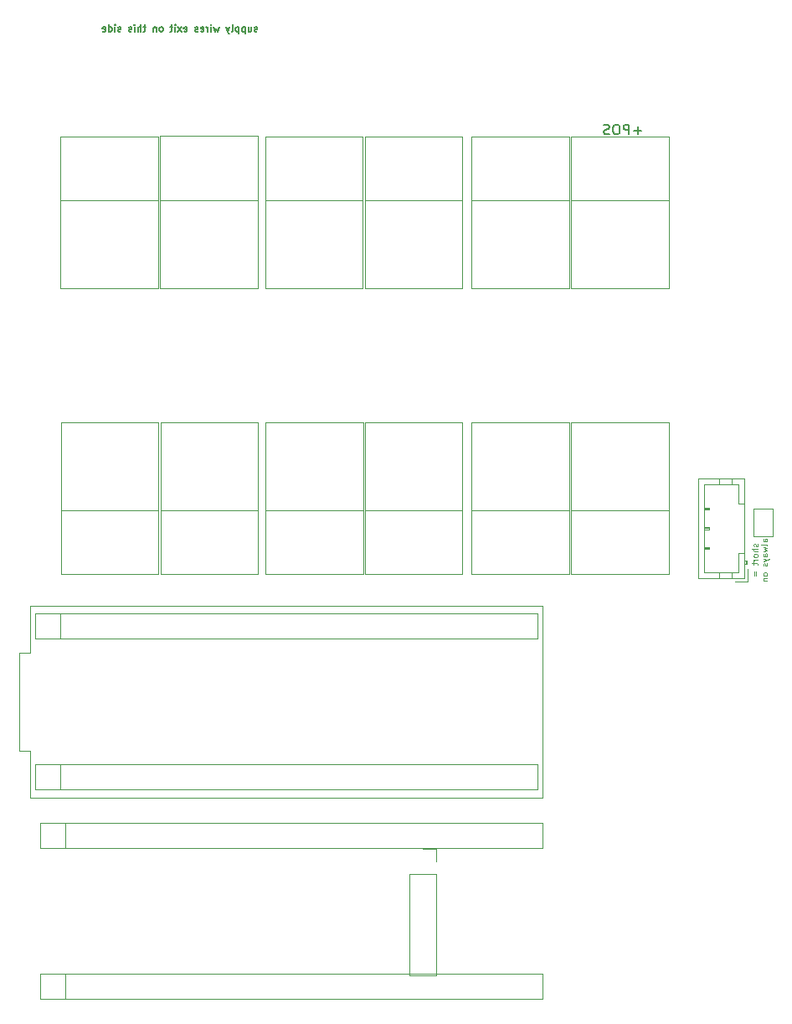
<source format=gbr>
%TF.GenerationSoftware,KiCad,Pcbnew,7.0.10*%
%TF.CreationDate,2024-07-31T12:40:02+02:00*%
%TF.ProjectId,foc,666f632e-6b69-4636-9164-5f7063625858,rev?*%
%TF.SameCoordinates,PXc0145d0PY6b671e0*%
%TF.FileFunction,Legend,Bot*%
%TF.FilePolarity,Positive*%
%FSLAX46Y46*%
G04 Gerber Fmt 4.6, Leading zero omitted, Abs format (unit mm)*
G04 Created by KiCad (PCBNEW 7.0.10) date 2024-07-31 12:40:02*
%MOMM*%
%LPD*%
G01*
G04 APERTURE LIST*
%ADD10C,0.040000*%
%ADD11C,0.150000*%
%ADD12C,0.125000*%
%ADD13C,0.120000*%
G04 APERTURE END LIST*
D10*
X-25110000Y2626327D02*
X-76930064Y2626328D01*
X-76930064Y-16793286D02*
X-25110000Y-16793285D01*
X-25110000Y-16793285D02*
X-25110000Y2626327D01*
X-78049218Y-2148513D02*
X-78049218Y-12008513D01*
X-78049218Y-2148513D02*
X-76930064Y-2146329D01*
X-76930065Y-12008513D02*
X-76930064Y-16793286D01*
X-76930064Y2626328D02*
X-76930064Y-2146329D01*
X-78049218Y-12008513D02*
X-76930065Y-12008513D01*
D11*
X-53966670Y60667300D02*
X-54033336Y60633967D01*
X-54033336Y60633967D02*
X-54166670Y60633967D01*
X-54166670Y60633967D02*
X-54233336Y60667300D01*
X-54233336Y60667300D02*
X-54266670Y60733967D01*
X-54266670Y60733967D02*
X-54266670Y60767300D01*
X-54266670Y60767300D02*
X-54233336Y60833967D01*
X-54233336Y60833967D02*
X-54166670Y60867300D01*
X-54166670Y60867300D02*
X-54066670Y60867300D01*
X-54066670Y60867300D02*
X-54000003Y60900634D01*
X-54000003Y60900634D02*
X-53966670Y60967300D01*
X-53966670Y60967300D02*
X-53966670Y61000634D01*
X-53966670Y61000634D02*
X-54000003Y61067300D01*
X-54000003Y61067300D02*
X-54066670Y61100634D01*
X-54066670Y61100634D02*
X-54166670Y61100634D01*
X-54166670Y61100634D02*
X-54233336Y61067300D01*
X-54866670Y61100634D02*
X-54866670Y60633967D01*
X-54566670Y61100634D02*
X-54566670Y60733967D01*
X-54566670Y60733967D02*
X-54600003Y60667300D01*
X-54600003Y60667300D02*
X-54666670Y60633967D01*
X-54666670Y60633967D02*
X-54766670Y60633967D01*
X-54766670Y60633967D02*
X-54833337Y60667300D01*
X-54833337Y60667300D02*
X-54866670Y60700634D01*
X-55200003Y61100634D02*
X-55200003Y60400634D01*
X-55200003Y61067300D02*
X-55266670Y61100634D01*
X-55266670Y61100634D02*
X-55400003Y61100634D01*
X-55400003Y61100634D02*
X-55466670Y61067300D01*
X-55466670Y61067300D02*
X-55500003Y61033967D01*
X-55500003Y61033967D02*
X-55533336Y60967300D01*
X-55533336Y60967300D02*
X-55533336Y60767300D01*
X-55533336Y60767300D02*
X-55500003Y60700634D01*
X-55500003Y60700634D02*
X-55466670Y60667300D01*
X-55466670Y60667300D02*
X-55400003Y60633967D01*
X-55400003Y60633967D02*
X-55266670Y60633967D01*
X-55266670Y60633967D02*
X-55200003Y60667300D01*
X-55833336Y61100634D02*
X-55833336Y60400634D01*
X-55833336Y61067300D02*
X-55900003Y61100634D01*
X-55900003Y61100634D02*
X-56033336Y61100634D01*
X-56033336Y61100634D02*
X-56100003Y61067300D01*
X-56100003Y61067300D02*
X-56133336Y61033967D01*
X-56133336Y61033967D02*
X-56166669Y60967300D01*
X-56166669Y60967300D02*
X-56166669Y60767300D01*
X-56166669Y60767300D02*
X-56133336Y60700634D01*
X-56133336Y60700634D02*
X-56100003Y60667300D01*
X-56100003Y60667300D02*
X-56033336Y60633967D01*
X-56033336Y60633967D02*
X-55900003Y60633967D01*
X-55900003Y60633967D02*
X-55833336Y60667300D01*
X-56566669Y60633967D02*
X-56500002Y60667300D01*
X-56500002Y60667300D02*
X-56466669Y60733967D01*
X-56466669Y60733967D02*
X-56466669Y61333967D01*
X-56766669Y61100634D02*
X-56933336Y60633967D01*
X-57100003Y61100634D02*
X-56933336Y60633967D01*
X-56933336Y60633967D02*
X-56866669Y60467300D01*
X-56866669Y60467300D02*
X-56833336Y60433967D01*
X-56833336Y60433967D02*
X-56766669Y60400634D01*
X-57833335Y61100634D02*
X-57966669Y60633967D01*
X-57966669Y60633967D02*
X-58100002Y60967300D01*
X-58100002Y60967300D02*
X-58233335Y60633967D01*
X-58233335Y60633967D02*
X-58366669Y61100634D01*
X-58633335Y60633967D02*
X-58633335Y61100634D01*
X-58633335Y61333967D02*
X-58600002Y61300634D01*
X-58600002Y61300634D02*
X-58633335Y61267300D01*
X-58633335Y61267300D02*
X-58666668Y61300634D01*
X-58666668Y61300634D02*
X-58633335Y61333967D01*
X-58633335Y61333967D02*
X-58633335Y61267300D01*
X-58966668Y60633967D02*
X-58966668Y61100634D01*
X-58966668Y60967300D02*
X-59000001Y61033967D01*
X-59000001Y61033967D02*
X-59033335Y61067300D01*
X-59033335Y61067300D02*
X-59100001Y61100634D01*
X-59100001Y61100634D02*
X-59166668Y61100634D01*
X-59666668Y60667300D02*
X-59600001Y60633967D01*
X-59600001Y60633967D02*
X-59466668Y60633967D01*
X-59466668Y60633967D02*
X-59400001Y60667300D01*
X-59400001Y60667300D02*
X-59366668Y60733967D01*
X-59366668Y60733967D02*
X-59366668Y61000634D01*
X-59366668Y61000634D02*
X-59400001Y61067300D01*
X-59400001Y61067300D02*
X-59466668Y61100634D01*
X-59466668Y61100634D02*
X-59600001Y61100634D01*
X-59600001Y61100634D02*
X-59666668Y61067300D01*
X-59666668Y61067300D02*
X-59700001Y61000634D01*
X-59700001Y61000634D02*
X-59700001Y60933967D01*
X-59700001Y60933967D02*
X-59366668Y60867300D01*
X-59966668Y60667300D02*
X-60033334Y60633967D01*
X-60033334Y60633967D02*
X-60166668Y60633967D01*
X-60166668Y60633967D02*
X-60233334Y60667300D01*
X-60233334Y60667300D02*
X-60266668Y60733967D01*
X-60266668Y60733967D02*
X-60266668Y60767300D01*
X-60266668Y60767300D02*
X-60233334Y60833967D01*
X-60233334Y60833967D02*
X-60166668Y60867300D01*
X-60166668Y60867300D02*
X-60066668Y60867300D01*
X-60066668Y60867300D02*
X-60000001Y60900634D01*
X-60000001Y60900634D02*
X-59966668Y60967300D01*
X-59966668Y60967300D02*
X-59966668Y61000634D01*
X-59966668Y61000634D02*
X-60000001Y61067300D01*
X-60000001Y61067300D02*
X-60066668Y61100634D01*
X-60066668Y61100634D02*
X-60166668Y61100634D01*
X-60166668Y61100634D02*
X-60233334Y61067300D01*
X-61366668Y60667300D02*
X-61300001Y60633967D01*
X-61300001Y60633967D02*
X-61166668Y60633967D01*
X-61166668Y60633967D02*
X-61100001Y60667300D01*
X-61100001Y60667300D02*
X-61066668Y60733967D01*
X-61066668Y60733967D02*
X-61066668Y61000634D01*
X-61066668Y61000634D02*
X-61100001Y61067300D01*
X-61100001Y61067300D02*
X-61166668Y61100634D01*
X-61166668Y61100634D02*
X-61300001Y61100634D01*
X-61300001Y61100634D02*
X-61366668Y61067300D01*
X-61366668Y61067300D02*
X-61400001Y61000634D01*
X-61400001Y61000634D02*
X-61400001Y60933967D01*
X-61400001Y60933967D02*
X-61066668Y60867300D01*
X-61633334Y60633967D02*
X-62000001Y61100634D01*
X-61633334Y61100634D02*
X-62000001Y60633967D01*
X-62266668Y60633967D02*
X-62266668Y61100634D01*
X-62266668Y61333967D02*
X-62233335Y61300634D01*
X-62233335Y61300634D02*
X-62266668Y61267300D01*
X-62266668Y61267300D02*
X-62300001Y61300634D01*
X-62300001Y61300634D02*
X-62266668Y61333967D01*
X-62266668Y61333967D02*
X-62266668Y61267300D01*
X-62500001Y61100634D02*
X-62766668Y61100634D01*
X-62600001Y61333967D02*
X-62600001Y60733967D01*
X-62600001Y60733967D02*
X-62633334Y60667300D01*
X-62633334Y60667300D02*
X-62700001Y60633967D01*
X-62700001Y60633967D02*
X-62766668Y60633967D01*
X-63633334Y60633967D02*
X-63566667Y60667300D01*
X-63566667Y60667300D02*
X-63533334Y60700634D01*
X-63533334Y60700634D02*
X-63500001Y60767300D01*
X-63500001Y60767300D02*
X-63500001Y60967300D01*
X-63500001Y60967300D02*
X-63533334Y61033967D01*
X-63533334Y61033967D02*
X-63566667Y61067300D01*
X-63566667Y61067300D02*
X-63633334Y61100634D01*
X-63633334Y61100634D02*
X-63733334Y61100634D01*
X-63733334Y61100634D02*
X-63800001Y61067300D01*
X-63800001Y61067300D02*
X-63833334Y61033967D01*
X-63833334Y61033967D02*
X-63866667Y60967300D01*
X-63866667Y60967300D02*
X-63866667Y60767300D01*
X-63866667Y60767300D02*
X-63833334Y60700634D01*
X-63833334Y60700634D02*
X-63800001Y60667300D01*
X-63800001Y60667300D02*
X-63733334Y60633967D01*
X-63733334Y60633967D02*
X-63633334Y60633967D01*
X-64166667Y61100634D02*
X-64166667Y60633967D01*
X-64166667Y61033967D02*
X-64200000Y61067300D01*
X-64200000Y61067300D02*
X-64266667Y61100634D01*
X-64266667Y61100634D02*
X-64366667Y61100634D01*
X-64366667Y61100634D02*
X-64433334Y61067300D01*
X-64433334Y61067300D02*
X-64466667Y61000634D01*
X-64466667Y61000634D02*
X-64466667Y60633967D01*
X-65233333Y61100634D02*
X-65500000Y61100634D01*
X-65333333Y61333967D02*
X-65333333Y60733967D01*
X-65333333Y60733967D02*
X-65366666Y60667300D01*
X-65366666Y60667300D02*
X-65433333Y60633967D01*
X-65433333Y60633967D02*
X-65500000Y60633967D01*
X-65733333Y60633967D02*
X-65733333Y61333967D01*
X-66033333Y60633967D02*
X-66033333Y61000634D01*
X-66033333Y61000634D02*
X-66000000Y61067300D01*
X-66000000Y61067300D02*
X-65933333Y61100634D01*
X-65933333Y61100634D02*
X-65833333Y61100634D01*
X-65833333Y61100634D02*
X-65766666Y61067300D01*
X-65766666Y61067300D02*
X-65733333Y61033967D01*
X-66366666Y60633967D02*
X-66366666Y61100634D01*
X-66366666Y61333967D02*
X-66333333Y61300634D01*
X-66333333Y61300634D02*
X-66366666Y61267300D01*
X-66366666Y61267300D02*
X-66399999Y61300634D01*
X-66399999Y61300634D02*
X-66366666Y61333967D01*
X-66366666Y61333967D02*
X-66366666Y61267300D01*
X-66666666Y60667300D02*
X-66733332Y60633967D01*
X-66733332Y60633967D02*
X-66866666Y60633967D01*
X-66866666Y60633967D02*
X-66933332Y60667300D01*
X-66933332Y60667300D02*
X-66966666Y60733967D01*
X-66966666Y60733967D02*
X-66966666Y60767300D01*
X-66966666Y60767300D02*
X-66933332Y60833967D01*
X-66933332Y60833967D02*
X-66866666Y60867300D01*
X-66866666Y60867300D02*
X-66766666Y60867300D01*
X-66766666Y60867300D02*
X-66699999Y60900634D01*
X-66699999Y60900634D02*
X-66666666Y60967300D01*
X-66666666Y60967300D02*
X-66666666Y61000634D01*
X-66666666Y61000634D02*
X-66699999Y61067300D01*
X-66699999Y61067300D02*
X-66766666Y61100634D01*
X-66766666Y61100634D02*
X-66866666Y61100634D01*
X-66866666Y61100634D02*
X-66933332Y61067300D01*
X-67766666Y60667300D02*
X-67833332Y60633967D01*
X-67833332Y60633967D02*
X-67966666Y60633967D01*
X-67966666Y60633967D02*
X-68033332Y60667300D01*
X-68033332Y60667300D02*
X-68066666Y60733967D01*
X-68066666Y60733967D02*
X-68066666Y60767300D01*
X-68066666Y60767300D02*
X-68033332Y60833967D01*
X-68033332Y60833967D02*
X-67966666Y60867300D01*
X-67966666Y60867300D02*
X-67866666Y60867300D01*
X-67866666Y60867300D02*
X-67799999Y60900634D01*
X-67799999Y60900634D02*
X-67766666Y60967300D01*
X-67766666Y60967300D02*
X-67766666Y61000634D01*
X-67766666Y61000634D02*
X-67799999Y61067300D01*
X-67799999Y61067300D02*
X-67866666Y61100634D01*
X-67866666Y61100634D02*
X-67966666Y61100634D01*
X-67966666Y61100634D02*
X-68033332Y61067300D01*
X-68366666Y60633967D02*
X-68366666Y61100634D01*
X-68366666Y61333967D02*
X-68333333Y61300634D01*
X-68333333Y61300634D02*
X-68366666Y61267300D01*
X-68366666Y61267300D02*
X-68399999Y61300634D01*
X-68399999Y61300634D02*
X-68366666Y61333967D01*
X-68366666Y61333967D02*
X-68366666Y61267300D01*
X-68999999Y60633967D02*
X-68999999Y61333967D01*
X-68999999Y60667300D02*
X-68933332Y60633967D01*
X-68933332Y60633967D02*
X-68799999Y60633967D01*
X-68799999Y60633967D02*
X-68733332Y60667300D01*
X-68733332Y60667300D02*
X-68699999Y60700634D01*
X-68699999Y60700634D02*
X-68666666Y60767300D01*
X-68666666Y60767300D02*
X-68666666Y60967300D01*
X-68666666Y60967300D02*
X-68699999Y61033967D01*
X-68699999Y61033967D02*
X-68733332Y61067300D01*
X-68733332Y61067300D02*
X-68799999Y61100634D01*
X-68799999Y61100634D02*
X-68933332Y61100634D01*
X-68933332Y61100634D02*
X-68999999Y61067300D01*
X-69599999Y60667300D02*
X-69533332Y60633967D01*
X-69533332Y60633967D02*
X-69399999Y60633967D01*
X-69399999Y60633967D02*
X-69333332Y60667300D01*
X-69333332Y60667300D02*
X-69299999Y60733967D01*
X-69299999Y60733967D02*
X-69299999Y61000634D01*
X-69299999Y61000634D02*
X-69333332Y61067300D01*
X-69333332Y61067300D02*
X-69399999Y61100634D01*
X-69399999Y61100634D02*
X-69533332Y61100634D01*
X-69533332Y61100634D02*
X-69599999Y61067300D01*
X-69599999Y61067300D02*
X-69633332Y61000634D01*
X-69633332Y61000634D02*
X-69633332Y60933967D01*
X-69633332Y60933967D02*
X-69299999Y60867300D01*
D12*
X-3390500Y8878572D02*
X-3361929Y8821429D01*
X-3361929Y8821429D02*
X-3361929Y8707143D01*
X-3361929Y8707143D02*
X-3390500Y8650000D01*
X-3390500Y8650000D02*
X-3447643Y8621429D01*
X-3447643Y8621429D02*
X-3476215Y8621429D01*
X-3476215Y8621429D02*
X-3533358Y8650000D01*
X-3533358Y8650000D02*
X-3561929Y8707143D01*
X-3561929Y8707143D02*
X-3561929Y8792857D01*
X-3561929Y8792857D02*
X-3590500Y8850000D01*
X-3590500Y8850000D02*
X-3647643Y8878572D01*
X-3647643Y8878572D02*
X-3676215Y8878572D01*
X-3676215Y8878572D02*
X-3733358Y8850000D01*
X-3733358Y8850000D02*
X-3761929Y8792857D01*
X-3761929Y8792857D02*
X-3761929Y8707143D01*
X-3761929Y8707143D02*
X-3733358Y8650000D01*
X-3361929Y8364286D02*
X-3961929Y8364286D01*
X-3361929Y8107143D02*
X-3676215Y8107143D01*
X-3676215Y8107143D02*
X-3733358Y8135715D01*
X-3733358Y8135715D02*
X-3761929Y8192858D01*
X-3761929Y8192858D02*
X-3761929Y8278572D01*
X-3761929Y8278572D02*
X-3733358Y8335715D01*
X-3733358Y8335715D02*
X-3704786Y8364286D01*
X-3361929Y7735715D02*
X-3390500Y7792858D01*
X-3390500Y7792858D02*
X-3419072Y7821429D01*
X-3419072Y7821429D02*
X-3476215Y7850001D01*
X-3476215Y7850001D02*
X-3647643Y7850001D01*
X-3647643Y7850001D02*
X-3704786Y7821429D01*
X-3704786Y7821429D02*
X-3733358Y7792858D01*
X-3733358Y7792858D02*
X-3761929Y7735715D01*
X-3761929Y7735715D02*
X-3761929Y7650001D01*
X-3761929Y7650001D02*
X-3733358Y7592858D01*
X-3733358Y7592858D02*
X-3704786Y7564286D01*
X-3704786Y7564286D02*
X-3647643Y7535715D01*
X-3647643Y7535715D02*
X-3476215Y7535715D01*
X-3476215Y7535715D02*
X-3419072Y7564286D01*
X-3419072Y7564286D02*
X-3390500Y7592858D01*
X-3390500Y7592858D02*
X-3361929Y7650001D01*
X-3361929Y7650001D02*
X-3361929Y7735715D01*
X-3361929Y7278572D02*
X-3761929Y7278572D01*
X-3647643Y7278572D02*
X-3704786Y7250001D01*
X-3704786Y7250001D02*
X-3733358Y7221429D01*
X-3733358Y7221429D02*
X-3761929Y7164287D01*
X-3761929Y7164287D02*
X-3761929Y7107144D01*
X-3761929Y6992858D02*
X-3761929Y6764286D01*
X-3961929Y6907143D02*
X-3447643Y6907143D01*
X-3447643Y6907143D02*
X-3390500Y6878572D01*
X-3390500Y6878572D02*
X-3361929Y6821429D01*
X-3361929Y6821429D02*
X-3361929Y6764286D01*
X-3676215Y6107143D02*
X-3676215Y5650000D01*
X-3504786Y5650000D02*
X-3504786Y6107143D01*
X-2395929Y9107142D02*
X-2710215Y9107142D01*
X-2710215Y9107142D02*
X-2767358Y9135714D01*
X-2767358Y9135714D02*
X-2795929Y9192857D01*
X-2795929Y9192857D02*
X-2795929Y9307142D01*
X-2795929Y9307142D02*
X-2767358Y9364285D01*
X-2424500Y9107142D02*
X-2395929Y9164285D01*
X-2395929Y9164285D02*
X-2395929Y9307142D01*
X-2395929Y9307142D02*
X-2424500Y9364285D01*
X-2424500Y9364285D02*
X-2481643Y9392857D01*
X-2481643Y9392857D02*
X-2538786Y9392857D01*
X-2538786Y9392857D02*
X-2595929Y9364285D01*
X-2595929Y9364285D02*
X-2624500Y9307142D01*
X-2624500Y9307142D02*
X-2624500Y9164285D01*
X-2624500Y9164285D02*
X-2653072Y9107142D01*
X-2395929Y8735714D02*
X-2424500Y8792857D01*
X-2424500Y8792857D02*
X-2481643Y8821428D01*
X-2481643Y8821428D02*
X-2995929Y8821428D01*
X-2795929Y8564285D02*
X-2395929Y8449999D01*
X-2395929Y8449999D02*
X-2681643Y8335714D01*
X-2681643Y8335714D02*
X-2395929Y8221428D01*
X-2395929Y8221428D02*
X-2795929Y8107142D01*
X-2395929Y7621428D02*
X-2710215Y7621428D01*
X-2710215Y7621428D02*
X-2767358Y7650000D01*
X-2767358Y7650000D02*
X-2795929Y7707143D01*
X-2795929Y7707143D02*
X-2795929Y7821428D01*
X-2795929Y7821428D02*
X-2767358Y7878571D01*
X-2424500Y7621428D02*
X-2395929Y7678571D01*
X-2395929Y7678571D02*
X-2395929Y7821428D01*
X-2395929Y7821428D02*
X-2424500Y7878571D01*
X-2424500Y7878571D02*
X-2481643Y7907143D01*
X-2481643Y7907143D02*
X-2538786Y7907143D01*
X-2538786Y7907143D02*
X-2595929Y7878571D01*
X-2595929Y7878571D02*
X-2624500Y7821428D01*
X-2624500Y7821428D02*
X-2624500Y7678571D01*
X-2624500Y7678571D02*
X-2653072Y7621428D01*
X-2795929Y7392857D02*
X-2395929Y7250000D01*
X-2795929Y7107143D02*
X-2395929Y7250000D01*
X-2395929Y7250000D02*
X-2253072Y7307143D01*
X-2253072Y7307143D02*
X-2224500Y7335714D01*
X-2224500Y7335714D02*
X-2195929Y7392857D01*
X-2424500Y6907143D02*
X-2395929Y6850000D01*
X-2395929Y6850000D02*
X-2395929Y6735714D01*
X-2395929Y6735714D02*
X-2424500Y6678571D01*
X-2424500Y6678571D02*
X-2481643Y6650000D01*
X-2481643Y6650000D02*
X-2510215Y6650000D01*
X-2510215Y6650000D02*
X-2567358Y6678571D01*
X-2567358Y6678571D02*
X-2595929Y6735714D01*
X-2595929Y6735714D02*
X-2595929Y6821428D01*
X-2595929Y6821428D02*
X-2624500Y6878571D01*
X-2624500Y6878571D02*
X-2681643Y6907143D01*
X-2681643Y6907143D02*
X-2710215Y6907143D01*
X-2710215Y6907143D02*
X-2767358Y6878571D01*
X-2767358Y6878571D02*
X-2795929Y6821428D01*
X-2795929Y6821428D02*
X-2795929Y6735714D01*
X-2795929Y6735714D02*
X-2767358Y6678571D01*
X-2395929Y5850000D02*
X-2424500Y5907143D01*
X-2424500Y5907143D02*
X-2453072Y5935714D01*
X-2453072Y5935714D02*
X-2510215Y5964286D01*
X-2510215Y5964286D02*
X-2681643Y5964286D01*
X-2681643Y5964286D02*
X-2738786Y5935714D01*
X-2738786Y5935714D02*
X-2767358Y5907143D01*
X-2767358Y5907143D02*
X-2795929Y5850000D01*
X-2795929Y5850000D02*
X-2795929Y5764286D01*
X-2795929Y5764286D02*
X-2767358Y5707143D01*
X-2767358Y5707143D02*
X-2738786Y5678571D01*
X-2738786Y5678571D02*
X-2681643Y5650000D01*
X-2681643Y5650000D02*
X-2510215Y5650000D01*
X-2510215Y5650000D02*
X-2453072Y5678571D01*
X-2453072Y5678571D02*
X-2424500Y5707143D01*
X-2424500Y5707143D02*
X-2395929Y5764286D01*
X-2395929Y5764286D02*
X-2395929Y5850000D01*
X-2795929Y5392857D02*
X-2395929Y5392857D01*
X-2738786Y5392857D02*
X-2767358Y5364286D01*
X-2767358Y5364286D02*
X-2795929Y5307143D01*
X-2795929Y5307143D02*
X-2795929Y5221429D01*
X-2795929Y5221429D02*
X-2767358Y5164286D01*
X-2767358Y5164286D02*
X-2710215Y5135714D01*
X-2710215Y5135714D02*
X-2395929Y5135714D01*
D11*
X-15119049Y50626134D02*
X-15880953Y50626134D01*
X-15500001Y50245181D02*
X-15500001Y51007086D01*
X-16357144Y50245181D02*
X-16357144Y51245181D01*
X-16357144Y51245181D02*
X-16738096Y51245181D01*
X-16738096Y51245181D02*
X-16833334Y51197562D01*
X-16833334Y51197562D02*
X-16880953Y51149943D01*
X-16880953Y51149943D02*
X-16928572Y51054705D01*
X-16928572Y51054705D02*
X-16928572Y50911848D01*
X-16928572Y50911848D02*
X-16880953Y50816610D01*
X-16880953Y50816610D02*
X-16833334Y50768991D01*
X-16833334Y50768991D02*
X-16738096Y50721372D01*
X-16738096Y50721372D02*
X-16357144Y50721372D01*
X-17547620Y51245181D02*
X-17738096Y51245181D01*
X-17738096Y51245181D02*
X-17833334Y51197562D01*
X-17833334Y51197562D02*
X-17928572Y51102324D01*
X-17928572Y51102324D02*
X-17976191Y50911848D01*
X-17976191Y50911848D02*
X-17976191Y50578515D01*
X-17976191Y50578515D02*
X-17928572Y50388039D01*
X-17928572Y50388039D02*
X-17833334Y50292800D01*
X-17833334Y50292800D02*
X-17738096Y50245181D01*
X-17738096Y50245181D02*
X-17547620Y50245181D01*
X-17547620Y50245181D02*
X-17452382Y50292800D01*
X-17452382Y50292800D02*
X-17357144Y50388039D01*
X-17357144Y50388039D02*
X-17309525Y50578515D01*
X-17309525Y50578515D02*
X-17309525Y50911848D01*
X-17309525Y50911848D02*
X-17357144Y51102324D01*
X-17357144Y51102324D02*
X-17452382Y51197562D01*
X-17452382Y51197562D02*
X-17547620Y51245181D01*
X-18357144Y50292800D02*
X-18500001Y50245181D01*
X-18500001Y50245181D02*
X-18738096Y50245181D01*
X-18738096Y50245181D02*
X-18833334Y50292800D01*
X-18833334Y50292800D02*
X-18880953Y50340420D01*
X-18880953Y50340420D02*
X-18928572Y50435658D01*
X-18928572Y50435658D02*
X-18928572Y50530896D01*
X-18928572Y50530896D02*
X-18880953Y50626134D01*
X-18880953Y50626134D02*
X-18833334Y50673753D01*
X-18833334Y50673753D02*
X-18738096Y50721372D01*
X-18738096Y50721372D02*
X-18547620Y50768991D01*
X-18547620Y50768991D02*
X-18452382Y50816610D01*
X-18452382Y50816610D02*
X-18404763Y50864229D01*
X-18404763Y50864229D02*
X-18357144Y50959467D01*
X-18357144Y50959467D02*
X-18357144Y51054705D01*
X-18357144Y51054705D02*
X-18404763Y51149943D01*
X-18404763Y51149943D02*
X-18452382Y51197562D01*
X-18452382Y51197562D02*
X-18547620Y51245181D01*
X-18547620Y51245181D02*
X-18785715Y51245181D01*
X-18785715Y51245181D02*
X-18928572Y51197562D01*
D13*
%TO.C,SW2*%
X-3800000Y9650000D02*
X-1800000Y9650000D01*
X-1800000Y9650000D02*
X-1800000Y12450000D01*
X-3800000Y12450000D02*
X-3800000Y9650000D01*
X-1800000Y12450000D02*
X-3800000Y12450000D01*
%TO.C,Q11*%
X-33210000Y5800000D02*
X-43090000Y5800000D01*
X-43090000Y5800000D02*
X-43090000Y12290000D01*
X-43090000Y12290000D02*
X-33210000Y12290000D01*
X-33210000Y12290000D02*
X-33210000Y5800000D01*
X-33210000Y12290000D02*
X-43090000Y12290000D01*
X-43090000Y12290000D02*
X-43090000Y21170000D01*
X-43090000Y21170000D02*
X-33210000Y21170000D01*
X-33210000Y21170000D02*
X-33210000Y12290000D01*
%TO.C,Q5*%
X-63942500Y5799958D02*
X-73822500Y5799958D01*
X-73822500Y5799958D02*
X-73822500Y12289958D01*
X-73822500Y12289958D02*
X-63942500Y12289958D01*
X-63942500Y12289958D02*
X-63942500Y5799958D01*
X-63942500Y12289958D02*
X-73822500Y12289958D01*
X-73822500Y12289958D02*
X-73822500Y21169958D01*
X-73822500Y21169958D02*
X-63942500Y21169958D01*
X-63942500Y21169958D02*
X-63942500Y12289958D01*
%TO.C,Q12*%
X-32290000Y50040000D02*
X-22410000Y50040000D01*
X-22410000Y50040000D02*
X-22410000Y43550000D01*
X-22410000Y43550000D02*
X-32290000Y43550000D01*
X-32290000Y43550000D02*
X-32290000Y50040000D01*
X-32290000Y43550000D02*
X-22410000Y43550000D01*
X-22410000Y43550000D02*
X-22410000Y34670000D01*
X-22410000Y34670000D02*
X-32290000Y34670000D01*
X-32290000Y34670000D02*
X-32290000Y43550000D01*
%TO.C,P11*%
X-35906429Y-34725000D02*
X-38566429Y-34725000D01*
X-35906429Y-24505000D02*
X-35906429Y-34725000D01*
X-35906429Y-24505000D02*
X-38566429Y-24505000D01*
X-35906429Y-23235000D02*
X-35906429Y-21905000D01*
X-35906429Y-21905000D02*
X-37236429Y-21905000D01*
X-38566429Y-24505000D02*
X-38566429Y-34725000D01*
%TO.C,Q9*%
X-43260000Y5800000D02*
X-53140000Y5800000D01*
X-53140000Y5800000D02*
X-53140000Y12290000D01*
X-53140000Y12290000D02*
X-43260000Y12290000D01*
X-43260000Y12290000D02*
X-43260000Y5800000D01*
X-43260000Y12290000D02*
X-53140000Y12290000D01*
X-53140000Y12290000D02*
X-53140000Y21170000D01*
X-53140000Y21170000D02*
X-43260000Y21170000D01*
X-43260000Y21170000D02*
X-43260000Y12290000D01*
%TO.C,U12*%
X-76397500Y1865000D02*
X-25597500Y1865000D01*
X-25597500Y1865000D02*
X-25597500Y-675000D01*
X-25597500Y-675000D02*
X-76397500Y-675000D01*
X-76397500Y-675000D02*
X-76397500Y1865000D01*
X-76397500Y1865000D02*
X-73857500Y1865000D01*
X-73857500Y1865000D02*
X-73857500Y-675000D01*
X-73857500Y-675000D02*
X-76397500Y-675000D01*
X-76397500Y-675000D02*
X-76397500Y1865000D01*
X-76397500Y-13375000D02*
X-25597500Y-13375000D01*
X-25597500Y-13375000D02*
X-25597500Y-15915000D01*
X-25597500Y-15915000D02*
X-76397500Y-15915000D01*
X-76397500Y-15915000D02*
X-76397500Y-13375000D01*
X-76397500Y-13375000D02*
X-73857500Y-13375000D01*
X-73857500Y-13375000D02*
X-73857500Y-15915000D01*
X-73857500Y-15915000D02*
X-76397500Y-15915000D01*
X-76397500Y-15915000D02*
X-76397500Y-13375000D01*
%TO.C,Q14*%
X-22240000Y50040000D02*
X-12360000Y50040000D01*
X-12360000Y50040000D02*
X-12360000Y43550000D01*
X-12360000Y43550000D02*
X-22240000Y43550000D01*
X-22240000Y43550000D02*
X-22240000Y50040000D01*
X-22240000Y43550000D02*
X-12360000Y43550000D01*
X-12360000Y43550000D02*
X-12360000Y34670000D01*
X-12360000Y34670000D02*
X-22240000Y34670000D01*
X-22240000Y34670000D02*
X-22240000Y43550000D01*
%TO.C,Q4*%
X-73860000Y50040000D02*
X-63980000Y50040000D01*
X-63980000Y50040000D02*
X-63980000Y43550000D01*
X-63980000Y43550000D02*
X-73860000Y43550000D01*
X-73860000Y43550000D02*
X-73860000Y50040000D01*
X-73860000Y43550000D02*
X-63980000Y43550000D01*
X-63980000Y43550000D02*
X-63980000Y34670000D01*
X-63980000Y34670000D02*
X-73860000Y34670000D01*
X-73860000Y34670000D02*
X-73860000Y43550000D01*
%TO.C,J4*%
X-4379999Y5090000D02*
X-5629999Y5090000D01*
X-9399999Y5390000D02*
X-9399999Y15510000D01*
X-7289999Y5390000D02*
X-7289999Y6000000D01*
X-5989999Y5390000D02*
X-5989999Y6000000D01*
X-4679999Y5390000D02*
X-9399999Y5390000D01*
X-8789999Y6000000D02*
X-8789999Y14900000D01*
X-5289999Y6000000D02*
X-8789999Y6000000D01*
X-4379999Y6340000D02*
X-4379999Y5090000D01*
X-4479999Y6850000D02*
X-4679999Y6850000D01*
X-4679999Y7150000D02*
X-4479999Y7150000D01*
X-4579999Y7150000D02*
X-4579999Y6850000D01*
X-4479999Y7150000D02*
X-4479999Y6850000D01*
X-5289999Y7950000D02*
X-5289999Y6000000D01*
X-4679999Y7950000D02*
X-5289999Y7950000D01*
X-8789999Y8350000D02*
X-8289999Y8350000D01*
X-8289999Y8350000D02*
X-8289999Y8550000D01*
X-8789999Y8450000D02*
X-8289999Y8450000D01*
X-8289999Y8550000D02*
X-8789999Y8550000D01*
X-8789999Y10350000D02*
X-8289999Y10350000D01*
X-8289999Y10350000D02*
X-8289999Y10550000D01*
X-8789999Y10450000D02*
X-8289999Y10450000D01*
X-8289999Y10550000D02*
X-8789999Y10550000D01*
X-8789999Y12350000D02*
X-8289999Y12350000D01*
X-8289999Y12350000D02*
X-8289999Y12550000D01*
X-8789999Y12450000D02*
X-8289999Y12450000D01*
X-8289999Y12550000D02*
X-8789999Y12550000D01*
X-5289999Y12950000D02*
X-4679999Y12950000D01*
X-8789999Y14900000D02*
X-5289999Y14900000D01*
X-5289999Y14900000D02*
X-5289999Y12950000D01*
X-9399999Y15510000D02*
X-4679999Y15510000D01*
X-7289999Y15510000D02*
X-7289999Y14900000D01*
X-5989999Y15510000D02*
X-5989999Y14900000D01*
X-4679999Y15510000D02*
X-4679999Y5390000D01*
%TO.C,Q15*%
X-12360000Y5800000D02*
X-22240000Y5800000D01*
X-22240000Y5800000D02*
X-22240000Y12290000D01*
X-22240000Y12290000D02*
X-12360000Y12290000D01*
X-12360000Y12290000D02*
X-12360000Y5800000D01*
X-12360000Y12290000D02*
X-22240000Y12290000D01*
X-22240000Y12290000D02*
X-22240000Y21170000D01*
X-22240000Y21170000D02*
X-12360000Y21170000D01*
X-12360000Y21170000D02*
X-12360000Y12290000D01*
%TO.C,Q7*%
X-53860000Y5800000D02*
X-63740000Y5800000D01*
X-63740000Y5800000D02*
X-63740000Y12290000D01*
X-63740000Y12290000D02*
X-53860000Y12290000D01*
X-53860000Y12290000D02*
X-53860000Y5800000D01*
X-53860000Y12290000D02*
X-63740000Y12290000D01*
X-63740000Y12290000D02*
X-63740000Y21170000D01*
X-63740000Y21170000D02*
X-53860000Y21170000D01*
X-53860000Y21170000D02*
X-53860000Y12290000D01*
%TO.C,Q13*%
X-22410000Y5800000D02*
X-32290000Y5800000D01*
X-32290000Y5800000D02*
X-32290000Y12290000D01*
X-32290000Y12290000D02*
X-22410000Y12290000D01*
X-22410000Y12290000D02*
X-22410000Y5800000D01*
X-22410000Y12290000D02*
X-32290000Y12290000D01*
X-32290000Y12290000D02*
X-32290000Y21170000D01*
X-32290000Y21170000D02*
X-22410000Y21170000D01*
X-22410000Y21170000D02*
X-22410000Y12290000D01*
%TO.C,Q10*%
X-43090000Y50040000D02*
X-33210000Y50040000D01*
X-33210000Y50040000D02*
X-33210000Y43550000D01*
X-33210000Y43550000D02*
X-43090000Y43550000D01*
X-43090000Y43550000D02*
X-43090000Y50040000D01*
X-43090000Y43550000D02*
X-33210000Y43550000D01*
X-33210000Y43550000D02*
X-33210000Y34670000D01*
X-33210000Y34670000D02*
X-43090000Y34670000D01*
X-43090000Y34670000D02*
X-43090000Y43550000D01*
%TO.C,Q8*%
X-53160000Y50040000D02*
X-43280000Y50040000D01*
X-43280000Y50040000D02*
X-43280000Y43550000D01*
X-43280000Y43550000D02*
X-53160000Y43550000D01*
X-53160000Y43550000D02*
X-53160000Y50040000D01*
X-53160000Y43550000D02*
X-43280000Y43550000D01*
X-43280000Y43550000D02*
X-43280000Y34670000D01*
X-43280000Y34670000D02*
X-53160000Y34670000D01*
X-53160000Y34670000D02*
X-53160000Y43550000D01*
%TO.C,Q6*%
X-63777500Y50090000D02*
X-53897500Y50090000D01*
X-53897500Y50090000D02*
X-53897500Y43600000D01*
X-53897500Y43600000D02*
X-63777500Y43600000D01*
X-63777500Y43600000D02*
X-63777500Y50090000D01*
X-63777500Y43600000D02*
X-53897500Y43600000D01*
X-53897500Y43600000D02*
X-53897500Y34720000D01*
X-53897500Y34720000D02*
X-63777500Y34720000D01*
X-63777500Y34720000D02*
X-63777500Y43600000D01*
%TO.C,U12*%
X-75877500Y-19330000D02*
X-25077500Y-19330000D01*
X-25077500Y-19330000D02*
X-25077500Y-21870000D01*
X-25077500Y-21870000D02*
X-75877500Y-21870000D01*
X-75877500Y-21870000D02*
X-75877500Y-19330000D01*
X-75877500Y-19330000D02*
X-73337500Y-19330000D01*
X-73337500Y-19330000D02*
X-73337500Y-21870000D01*
X-73337500Y-21870000D02*
X-75877500Y-21870000D01*
X-75877500Y-21870000D02*
X-75877500Y-19330000D01*
X-75877500Y-34570000D02*
X-25077500Y-34570000D01*
X-25077500Y-34570000D02*
X-25077500Y-37110000D01*
X-25077500Y-37110000D02*
X-75877500Y-37110000D01*
X-75877500Y-37110000D02*
X-75877500Y-34570000D01*
X-75877500Y-34570000D02*
X-73337500Y-34570000D01*
X-73337500Y-34570000D02*
X-73337500Y-37110000D01*
X-73337500Y-37110000D02*
X-75877500Y-37110000D01*
X-75877500Y-37110000D02*
X-75877500Y-34570000D01*
%TD*%
M02*

</source>
